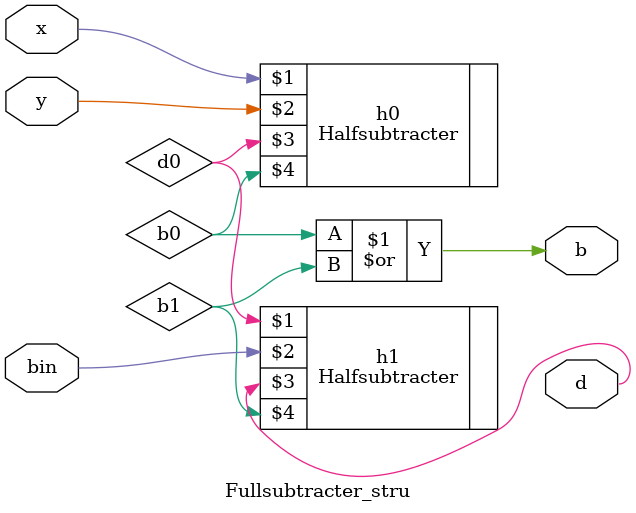
<source format=v>
module Fullsubtracter_stru(x, y, bin, d, b);

	input	x, y, bin;
	output	d, b;

	wire d0, b0, b1;

	Halfsubtracter h0(x, y, d0, b0);
	Halfsubtracter h1(d0, bin, d, b1);

	assign	b = b0|b1;

endmodule
</source>
